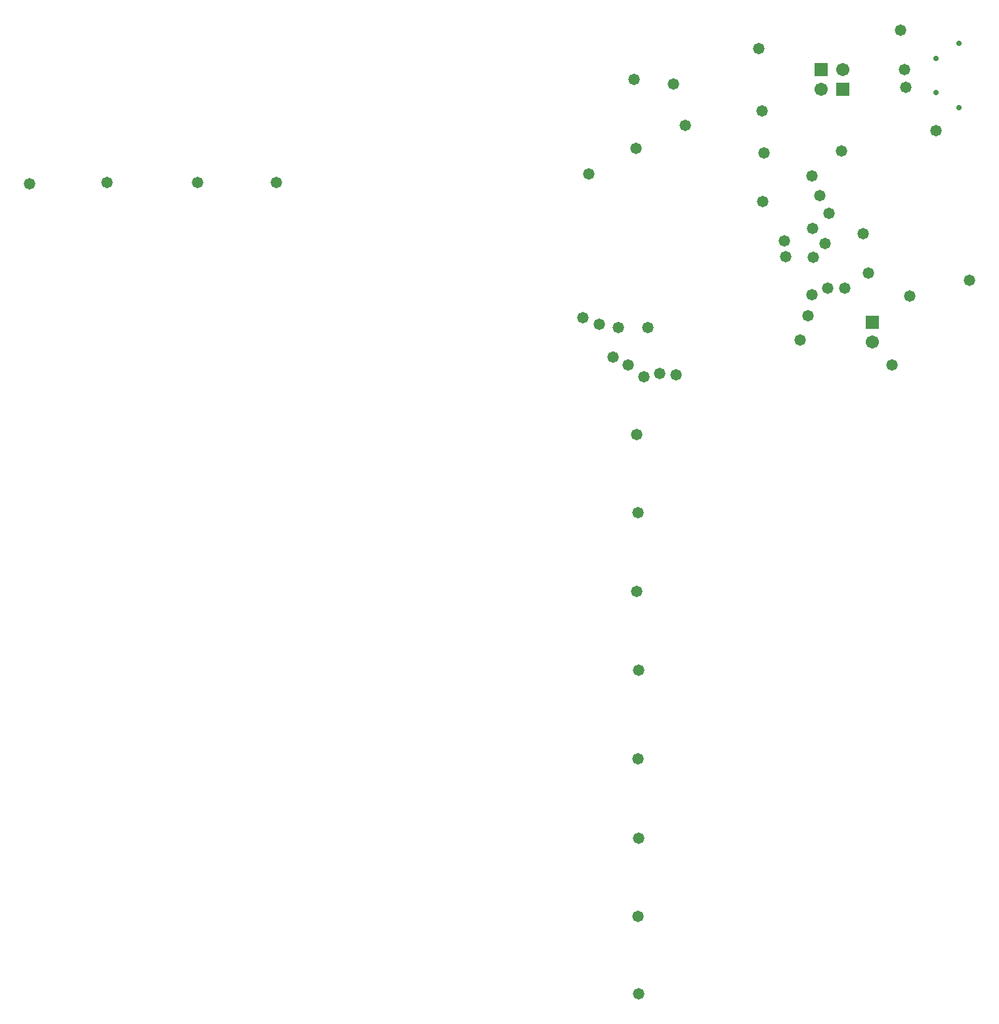
<source format=gbs>
G04*
G04 #@! TF.GenerationSoftware,Altium Limited,Altium Designer,20.1.14 (287)*
G04*
G04 Layer_Color=16711935*
%FSLAX44Y44*%
%MOMM*%
G71*
G04*
G04 #@! TF.SameCoordinates,B6D4B11B-705C-47F8-BF2D-E6778052D7CC*
G04*
G04*
G04 #@! TF.FilePolarity,Negative*
G04*
G01*
G75*
%ADD49C,0.7032*%
%ADD50R,1.7032X1.7032*%
%ADD51C,1.7032*%
%ADD52C,1.4732*%
D49*
X1710770Y1392880D02*
D03*
Y1309380D02*
D03*
X1680770Y1373380D02*
D03*
Y1328880D02*
D03*
D50*
X1560830Y1333500D02*
D03*
X1598930Y1032510D02*
D03*
X1532890Y1358900D02*
D03*
D51*
X1560830D02*
D03*
X1598930Y1007110D02*
D03*
X1532890Y1333500D02*
D03*
D52*
X1563370Y1076960D02*
D03*
X1647190Y1066800D02*
D03*
X1635760Y1409700D02*
D03*
X1456690Y1305560D02*
D03*
X1342390Y1339850D02*
D03*
X1264920Y988060D02*
D03*
X1681480Y1280160D02*
D03*
X1624330Y977900D02*
D03*
X1457960Y1188720D02*
D03*
X1593850Y1096010D02*
D03*
X1559560Y1253490D02*
D03*
X1291590Y1346200D02*
D03*
X1233170Y1224280D02*
D03*
X1294130Y1257300D02*
D03*
X1297940Y166370D02*
D03*
X1296670Y266700D02*
D03*
X1297940Y367030D02*
D03*
X1296670Y469900D02*
D03*
X1506220Y1009650D02*
D03*
X1516380Y1041400D02*
D03*
X1521460Y1068070D02*
D03*
X1541780Y1076960D02*
D03*
X1297940Y584200D02*
D03*
X1295400Y685800D02*
D03*
X1296670Y787400D02*
D03*
X1295400Y887730D02*
D03*
X1346200Y965200D02*
D03*
X1324610Y966470D02*
D03*
X1304290Y962660D02*
D03*
X1283970Y977900D02*
D03*
X830580Y1212850D02*
D03*
X728980D02*
D03*
X612140D02*
D03*
X511810Y1211580D02*
D03*
X1309370Y1026160D02*
D03*
X1271270D02*
D03*
X1247140Y1029970D02*
D03*
X1225550Y1038860D02*
D03*
X1357630Y1286510D02*
D03*
X1452880Y1385570D02*
D03*
X1522095Y1153795D02*
D03*
X1531620Y1196340D02*
D03*
X1543050Y1173480D02*
D03*
X1724660Y1087120D02*
D03*
X1642110Y1336040D02*
D03*
X1640840Y1358900D02*
D03*
X1587500Y1146810D02*
D03*
X1485900Y1137920D02*
D03*
X1537970Y1134110D02*
D03*
X1487170Y1117600D02*
D03*
X1522730Y1116330D02*
D03*
X1459230Y1250950D02*
D03*
X1521460Y1221740D02*
D03*
M02*

</source>
